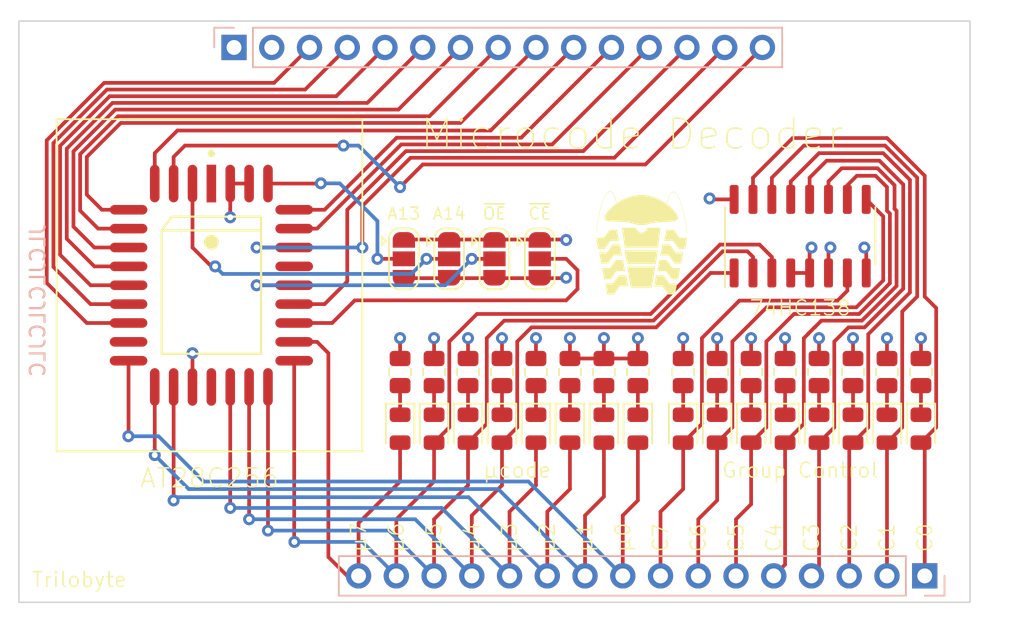
<source format=kicad_pcb>
(kicad_pcb (version 20211014) (generator pcbnew)
  (layers (0 "F.Cu" signal) (1 "In1.Cu" signal) (2 "In2.Cu" signal) (31 "B.Cu" signal) (34 "B.Paste" user) (35 "F.Paste" user) (36 "B.SilkS" user "B.Silkscreen") (37 "F.SilkS" user "F.Silkscreen") (38 "B.Mask" user) (39 "F.Mask" user) (44 "Edge.Cuts" user))
  (net 0 "")
  (net 1 "GND")
  (net 2 "VCC")
  (net 3 "~{CE}")
  (net 4 "~{OE}")
  (net 5 "A13")
  (net 6 "A14")
  (net 7 "INSTRUCTION7")
  (net 8 "INSTRUCTION2")
  (net 9 "INSTRUCTION1")
  (net 10 "INSTRUCTION0")
  (net 11 "STEP4")
  (net 12 "STEP3")
  (net 13 "STEP2")
  (net 14 "STEP1")
  (net 15 "STEP0")
  (net 16 "INSTRUCTION5")
  (net 17 "INSTRUCTION6")
  (net 18 "INSTRUCTION4")
  (net 19 "INSTRUCTION3")
  (net 20 "μ5")
  (net 21 "μ4")
  (net 22 "μ6")
  (net 23 "μ7")
  (net 24 "μ0")
  (net 25 "μ1")
  (net 26 "μ2")
  (net 27 "μ3")
  (net 28 "~{DECODE_CONTROL_7}")
  (net 29 "~{DECODE_CONTROL_6}")
  (net 30 "~{DECODE_CONTROL_5}")
  (net 31 "~{DECODE_CONTROL_4}")
  (net 32 "~{DECODE_CONTROL_3}")
  (net 33 "~{DECODE_CONTROL_2}")
  (net 34 "~{DECODE_CONTROL_1}")
  (net 35 "~{DECODE_CONTROL_0}")
  (net 40 "Net-(D1-Pad1)")
  (net 41 "Net-(D2-Pad1)")
  (net 42 "Net-(D3-Pad1)")
  (net 43 "Net-(D4-Pad1)")
  (net 44 "Net-(D5-Pad1)")
  (net 45 "Net-(D6-Pad1)")
  (net 46 "Net-(D7-Pad1)")
  (net 47 "Net-(D8-Pad1)")
  (net 48 "Net-(D9-Pad1)")
  (net 49 "Net-(D10-Pad1)")
  (net 50 "Net-(D11-Pad1)")
  (net 51 "Net-(D12-Pad1)")
  (net 52 "Net-(D13-Pad1)")
  (net 53 "Net-(D14-Pad1)")
  (net 54 "Net-(D15-Pad1)")
  (net 55 "Net-(D16-Pad1)")
  (footprint "Resistor_SMD:R_0805_2012Metric" (layer "F.Cu") (at 101.6 99.06 90)
    (fp_text reference "R4" hide)
    (fp_text value "R_Small_US" hide)
  )
  (footprint "LED_SMD:LED_0805_2012Metric" (layer "F.Cu") (at 101.6 102.87 -90)
    (fp_text reference "D4" hide)
    (fp_text value "LED" hide)
  )
  (footprint "LIBRARY-8-bit-computer:Socket-PLCC-32" (layer "F.Cu") (at 67.564 93.218)
    (fp_text reference "U2" hide)
    (fp_text value "AT28C256")
  )
  (footprint "LED_SMD:LED_0805_2012Metric" (layer "F.Cu") (at 93.98 102.87 -90)
    (fp_text reference "D13" hide)
    (fp_text value "LED" hide)
  )
  (footprint "Jumper:SolderJumper-3_P1.3mm_Open_RoundedPad1.0x1.5mm" (layer "F.Cu") (at 83.566 91.44 -90)
    (fp_text reference "JP4" hide)
    (fp_text value "A14")
  )
  (footprint "LED_SMD:LED_0805_2012Metric" (layer "F.Cu") (at 108.458 102.87 -90)
    (fp_text reference "D10" hide)
    (fp_text value "LED" hide)
  )
  (footprint "LED_SMD:LED_0805_2012Metric" (layer "F.Cu") (at 80.264 102.87 -90)
    (fp_text reference "D1" hide)
    (fp_text value "LED" hide)
  )
  (footprint "Resistor_SMD:R_0805_2012Metric" (layer "F.Cu") (at 106.172 99.06 90)
    (fp_text reference "R8" hide)
    (fp_text value "R_Small_US" hide)
  )
  (footprint "LED_SMD:LED_0805_2012Metric" (layer "F.Cu") (at 115.316 102.87 -90)
    (fp_text reference "D16" hide)
    (fp_text value "LED" hide)
  )
  (footprint "Resistor_SMD:R_0805_2012Metric" (layer "F.Cu") (at 87.122 99.06 90)
    (fp_text reference "R7" hide)
    (fp_text value "R_Small_US" hide)
  )
  (footprint "Resistor_SMD:R_0805_2012Metric" (layer "F.Cu") (at 91.694 99.06 90)
    (fp_text reference "R11" hide)
    (fp_text value "R_Small_US" hide)
  )
  (footprint "Resistor_SMD:R_0805_2012Metric" (layer "F.Cu") (at 80.264 99.06 90)
    (fp_text reference "R1" hide)
    (fp_text value "R_Small_US" hide)
  )
  (footprint "Resistor_SMD:R_0805_2012Metric" (layer "F.Cu") (at 93.98 99.06 90)
    (fp_text reference "R13" hide)
    (fp_text value "R_Small_US" hide)
  )
  (footprint "Jumper:SolderJumper-3_P1.3mm_Open_RoundedPad1.0x1.5mm" (layer "F.Cu") (at 86.614 91.44 -90)
    (fp_text reference "JP2" hide)
    (fp_text value "~{OE}")
  )
  (footprint "Resistor_SMD:R_0805_2012Metric" (layer "F.Cu") (at 84.836 99.06 90)
    (fp_text reference "R5" hide)
    (fp_text value "R_Small_US" hide)
  )
  (footprint "Stephenv6:trilobyte-logo-small" (layer "F.Cu") (at 96.54 82.684116)
    (fp_text reference "REF**" hide)
    (fp_text value "trilobyte-logo-small" hide)
  )
  (footprint "LED_SMD:LED_0805_2012Metric" (layer "F.Cu") (at 84.836 102.87 -90)
    (fp_text reference "D5" hide)
    (fp_text value "LED" hide)
  )
  (footprint "Resistor_SMD:R_0805_2012Metric" (layer "F.Cu") (at 82.55 99.06 90)
    (fp_text reference "R3" hide)
    (fp_text value "R_Small_US" hide)
  )
  (footprint "LED_SMD:LED_0805_2012Metric" (layer "F.Cu") (at 110.744 102.87 -90)
    (fp_text reference "D12" hide)
    (fp_text value "LED" hide)
  )
  (footprint "LED_SMD:LED_0805_2012Metric" (layer "F.Cu") (at 113.03 102.87 -90)
    (fp_text reference "D14" hide)
    (fp_text value "LED" hide)
  )
  (footprint "LED_SMD:LED_0805_2012Metric" (layer "F.Cu") (at 106.172 102.87 -90)
    (fp_text reference "D8" hide)
    (fp_text value "LED" hide)
  )
  (footprint "Jumper:SolderJumper-3_P1.3mm_Open_RoundedPad1.0x1.5mm" (layer "F.Cu") (at 80.518 91.44 -90)
    (fp_text reference "JP3" hide)
    (fp_text value "A13")
  )
  (footprint "Package_SO:SOIC-16_3.9x9.9mm_P1.27mm" (layer "F.Cu") (at 107.188 89.916 90)
    (fp_text reference "U1" hide)
    (fp_text value "74HC138")
  )
  (footprint "LED_SMD:LED_0805_2012Metric" (layer "F.Cu") (at 103.886 102.87 -90)
    (fp_text reference "D6" hide)
    (fp_text value "LED" hide)
  )
  (footprint "Resistor_SMD:R_0805_2012Metric" (layer "F.Cu") (at 103.886 99.06 90)
    (fp_text reference "R6" hide)
    (fp_text value "R_Small_US" hide)
  )
  (footprint "Resistor_SMD:R_0805_2012Metric" (layer "F.Cu") (at 110.744 99.06 90)
    (fp_text reference "R12" hide)
    (fp_text value "R_Small_US" hide)
  )
  (footprint "LED_SMD:LED_0805_2012Metric" (layer "F.Cu") (at 96.266 102.87 -90)
    (fp_text reference "D15" hide)
    (fp_text value "LED" hide)
  )
  (footprint "LED_SMD:LED_0805_2012Metric" (layer "F.Cu") (at 87.122 102.87 -90)
    (fp_text reference "D7" hide)
    (fp_text value "LED" hide)
  )
  (footprint "Resistor_SMD:R_0805_2012Metric" (layer "F.Cu") (at 113.03 99.06 90)
    (fp_text reference "R14" hide)
    (fp_text value "R_Small_US" hide)
  )
  (footprint "LED_SMD:LED_0805_2012Metric" (layer "F.Cu") (at 99.314 102.87 -90)
    (fp_text reference "D2" hide)
    (fp_text value "LED" hide)
  )
  (footprint "LED_SMD:LED_0805_2012Metric" (layer "F.Cu") (at 89.408 102.87 -90)
    (fp_text reference "D9" hide)
    (fp_text value "LED" hide)
  )
  (footprint "Jumper:SolderJumper-3_P1.3mm_Open_RoundedPad1.0x1.5mm" (layer "F.Cu") (at 89.662 91.44 -90)
    (fp_text reference "JP1" hide)
    (fp_text value "~{CE}")
  )
  (footprint "LED_SMD:LED_0805_2012Metric" (layer "F.Cu") (at 82.55 102.87 -90)
    (fp_text reference "D3" hide)
    (fp_text value "LED" hide)
  )
  (footprint "Resistor_SMD:R_0805_2012Metric" (layer "F.Cu") (at 99.314 99.06 90)
    (fp_text reference "R2" hide)
    (fp_text value "R_Small_US" hide)
  )
  (footprint "Resistor_SMD:R_0805_2012Metric" (layer "F.Cu") (at 108.458 99.06 90)
    (fp_text reference "R10" hide)
    (fp_text value "R_Small_US" hide)
  )
  (footprint "Resistor_SMD:R_0805_2012Metric" (layer "F.Cu") (at 89.408 99.06 90)
    (fp_text reference "R9" hide)
    (fp_text value "R_Small_US" hide)
  )
  (footprint "LED_SMD:LED_0805_2012Metric" (layer "F.Cu") (at 91.694 102.87 -90)
    (fp_text reference "D11" hide)
    (fp_text value "LED" hide)
  )
  (footprint "Resistor_SMD:R_0805_2012Metric" (layer "F.Cu") (at 96.266 99.06 90)
    (fp_text reference "R15" hide)
    (fp_text value "R_Small_US" hide)
  )
  (footprint "Resistor_SMD:R_0805_2012Metric" (layer "F.Cu") (at 115.316 99.06 90)
    (fp_text reference "R16" hide)
    (fp_text value "R_Small_US" hide)
  )
  (footprint "Connector_PinHeader_2.54mm:PinHeader_1x16_P2.54mm_Vertical" (layer "B.Cu") (at 115.57 112.776 90)
    (fp_text reference "J2" hide)
    (fp_text value "Conn_01x16" hide)
  )
  (footprint "Connector_PinHeader_2.54mm:PinHeader_1x15_P2.54mm_Vertical" (layer "B.Cu") (at 69.088 77.216 -90)
    (fp_text reference "J1" hide)
    (fp_text value "Conn_01x15" hide)
  )
  (gr_rect (start 54.61 75.438) (end 118.618 114.554) (layer "Edge.Cuts") (width 0.1) (fill none))
  (gr_text "JLCJLCJLCJLC" (at 55.88 94.234 90) (layer "B.SilkS") (effects (font (size 1 1)) (justify mirror)))
  (gr_text "C1" (at 113.03 111.252 90) (layer "F.SilkS") (effects (font (size 1 1) (thickness 0.1)) (justify left)))
  (gr_text "μ7" (at 77.47 111.252 90) (layer "F.SilkS") (effects (font (size 1 1) (thickness 0.1)) (justify left)))
  (gr_text "μ1" (at 92.71 111.252 90) (layer "F.SilkS") (effects (font (size 1 1) (thickness 0.1)) (justify left)))
  (gr_text "C3" (at 107.95 111.252 90) (layer "F.SilkS") (effects (font (size 1 1) (thickness 0.1)) (justify left)))
  (gr_text "μcode" (at 88.138 105.664) (layer "F.SilkS") (effects (font (size 1 1) (thickness 0.1))))
  (gr_text "C5" (at 102.87 111.252 90) (layer "F.SilkS") (effects (font (size 1 1) (thickness 0.1)) (justify left)))
  (gr_text "C2" (at 110.49 111.252 90) (layer "F.SilkS") (effects (font (size 1 1) (thickness 0.1)) (justify left)))
  (gr_text "Trilobyte" (at 58.674 113.03) (layer "F.SilkS") (effects (font (size 1 1) (thickness 0.1))))
  (gr_text "μ6" (at 80.01 111.252 90) (layer "F.SilkS") (effects (font (size 1 1) (thickness 0.1)) (justify left)))
  (gr_text "μ4" (at 85.09 111.252 90) (layer "F.SilkS") (effects (font (size 1 1) (thickness 0.1)) (justify left)))
  (gr_text "C7" (at 97.79 111.252 90) (layer "F.SilkS") (effects (font (size 1 1) (thickness 0.1)) (justify left)))
  (gr_text "μ5" (at 82.55 111.252 90) (layer "F.SilkS") (effects (font (size 1 1) (thickness 0.1)) (justify left)))
  (gr_text "μ0" (at 95.25 111.252 90) (layer "F.SilkS") (effects (font (size 1 1) (thickness 0.1)) (justify left)))
  (gr_text "μ3" (at 87.63 111.252 90) (layer "F.SilkS") (effects (font (size 1 1) (thickness 0.1)) (justify left)))
  (gr_text "C4" (at 105.41 111.252 90) (layer "F.SilkS") (effects (font (size 1 1) (thickness 0.1)) (justify left)))
  (gr_text "μ2" (at 90.17 111.252 90) (layer "F.SilkS") (effects (font (size 1 1) (thickness 0.1)) (justify left)))
  (gr_text "Group Control" (at 107.188 105.664) (layer "F.SilkS") (effects (font (size 1 1) (thickness 0.1))))
  (gr_text "C0" (at 115.57 111.252 90) (layer "F.SilkS") (effects (font (size 1 1) (thickness 0.1)) (justify left)))
  (gr_text "Microcode Decoder" (at 110.236 83.058) (layer "F.SilkS") (effects (font (size 2 2) (thickness 0.1)) (justify right)))
  (gr_text "C6" (at 100.33 111.252 90) (layer "F.SilkS") (effects (font (size 1 1) (thickness 0.1)) (justify left)))
  (segment (start 87.122 98.1475) (end 87.122 96.774) (width 0.25) (layer "F.Cu") (net 1))
  (segment (start 107.823 90.805) (end 107.95 90.678) (width 0.25) (layer "F.Cu") (net 1))
  (segment (start 89.408 98.1475) (end 89.408 96.774) (width 0.25) (layer "F.Cu") (net 1))
  (segment (start 101.6 98.1475) (end 101.6 96.774) (width 0.25) (layer "F.Cu") (net 1))
  (segment (start 96.266 98.1475) (end 96.266 96.774) (width 0.25) (layer "F.Cu") (net 1))
  (segment (start 106.172 98.1475) (end 106.172 96.774) (width 0.25) (layer "F.Cu") (net 1))
  (segment (start 110.744 98.1475) (end 110.744 96.774007) (width 0.25) (layer "F.Cu") (net 1))
  (segment (start 99.314 98.1475) (end 99.314 96.774) (width 0.25) (layer "F.Cu") (net 1))
  (segment (start 108.458 98.1475) (end 108.458 96.774) (width 0.25) (layer "F.Cu") (net 1))
  (segment (start 89.662 92.74) (end 91.41 92.74) (width 0.25) (layer "F.Cu") (net 1))
  (segment (start 106.553 92.391) (end 107.823 92.391) (width 0.25) (layer "F.Cu") (net 1))
  (segment (start 82.55 98.1475) (end 82.55 96.774) (width 0.25) (layer "F.Cu") (net 1))
  (segment (start 111.633 92.391) (end 111.633 90.805) (width 0.25) (layer "F.Cu") (net 1))
  (segment (start 91.694 98.1475) (end 96.266 98.1475) (width 0.25) (layer "F.Cu") (net 1))
  (segment (start 93.98 98.1475) (end 93.98 96.774) (width 0.25) (layer "F.Cu") (net 1))
  (segment (start 103.886 98.1475) (end 103.886 96.774) (width 0.25) (layer "F.Cu") (net 1))
  (segment (start 111.633 90.805) (end 111.506 90.678) (width 0.25) (layer "F.Cu") (net 1))
  (segment (start 84.836 98.1475) (end 84.836 96.774) (width 0.25) (layer "F.Cu") (net 1))
  (segment (start 113.03 98.1475) (end 113.03 96.774) (width 0.25) (layer "F.Cu") (net 1))
  (segment (start 91.694 98.1475) (end 91.694 96.774) (width 0.25) (layer "F.Cu") (net 1))
  (segment (start 80.518 92.74) (end 89.662 92.74) (width 0.25) (layer "F.Cu") (net 1))
  (segment (start 115.316 98.1475) (end 115.316 96.774) (width 0.25) (layer "F.Cu") (net 1))
  (segment (start 91.41 92.74) (end 91.44 92.71) (width 0.25) (layer "F.Cu") (net 1))
  (segment (start 66.294 100.061553) (end 66.294 97.79) (width 0.25) (layer "F.Cu") (net 1))
  (segment (start 107.823 92.391) (end 107.823 90.805) (width 0.25) (layer "F.Cu") (net 1))
  (segment (start 80.264 98.1475) (end 80.264 96.774) (width 0.25) (layer "F.Cu") (net 1))
  (via (at 115.316 96.774) (size 0.8) (drill 0.4) (layers "F.Cu" "B.Cu") (net 1))
  (via (at 110.744 96.774007) (size 0.8) (drill 0.4) (layers "F.Cu" "B.Cu") (net 1))
  (via (at 101.6 96.774) (size 0.8) (drill 0.4) (layers "F.Cu" "B.Cu") (net 1))
  (via (at 87.122 96.774) (size 0.8) (drill 0.4) (layers "F.Cu" "B.Cu") (net 1))
  (via (at 107.95 90.678) (size 0.8) (drill 0.4) (layers "F.Cu" "B.Cu") (net 1))
  (via (at 80.264 96.774) (size 0.8) (drill 0.4) (layers "F.Cu" "B.Cu") (net 1))
  (via (at 99.314 96.774) (size 0.8) (drill 0.4) (layers "F.Cu" "B.Cu") (net 1))
  (via (at 91.44 92.71) (size 0.8) (drill 0.4) (layers "F.Cu" "B.Cu") (net 1))
  (via (at 108.458 96.774) (size 0.8) (drill 0.4) (layers "F.Cu" "B.Cu") (net 1))
  (via (at 82.55 96.774) (size 0.8) (drill 0.4) (layers "F.Cu" "B.Cu") (net 1))
  (via (at 66.294 97.79) (size 0.8) (drill 0.4) (layers "F.Cu" "B.Cu") (net 1))
  (via (at 103.886 96.774) (size 0.8) (drill 0.4) (layers "F.Cu" "B.Cu") (net 1))
  (via (at 91.694 96.774) (size 0.8) (drill 0.4) (layers "F.Cu" "B.Cu") (net 1))
  (via (at 84.836 96.774) (size 0.8) (drill 0.4) (layers "F.Cu" "B.Cu") (net 1))
  (via (at 93.98 96.774) (size 0.8) (drill 0.4) (layers "F.Cu" "B.Cu") (net 1))
  (via (at 96.266 96.774) (size 0.8) (drill 0.4) (layers "F.Cu" "B.Cu") (net 1))
  (via (at 89.408 96.774) (size 0.8) (drill 0.4) (layers "F.Cu" "B.Cu") (net 1))
  (via (at 106.172 96.774) (size 0.8) (drill 0.4) (layers "F.Cu" "B.Cu") (net 1))
  (via (at 113.03 96.774) (size 0.8) (drill 0.4) (layers "F.Cu" "B.Cu") (net 1))
  (via (at 111.506 90.678) (size 0.8) (drill 0.4) (layers "F.Cu" "B.Cu") (net 1))
  (segment (start 68.834 86.374448) (end 70.104 86.374448) (width 0.25) (layer "F.Cu") (net 2))
  (segment (start 109.093 92.391) (end 109.093 90.805) (width 0.25) (layer "F.Cu") (net 2))
  (segment (start 102.743 87.441) (end 101.157 87.441) (width 0.25) (layer "F.Cu") (net 2))
  (segment (start 91.41 90.14) (end 91.44 90.17) (width 0.25) (layer "F.Cu") (net 2))
  (segment (start 109.093 90.805) (end 109.22 90.678) (width 0.25) (layer "F.Cu") (net 2))
  (segment (start 101.157 87.441) (end 101.092 87.376) (width 0.25) (layer "F.Cu") (net 2))
  (segment (start 89.662 90.14) (end 91.41 90.14) (width 0.25) (layer "F.Cu") (net 2))
  (segment (start 89.662 90.14) (end 80.518 90.14) (width 0.25) (layer "F.Cu") (net 2))
  (segment (start 68.834 86.374448) (end 68.834 88.646) (width 0.25) (layer "F.Cu") (net 2))
  (via (at 68.834 88.646) (size 0.8) (drill 0.4) (layers "F.Cu" "B.Cu") (net 2))
  (via (at 109.22 90.678) (size 0.8) (drill 0.4) (layers "F.Cu" "B.Cu") (net 2))
  (via (at 101.092 87.376) (size 0.8) (drill 0.4) (layers "F.Cu" "B.Cu") (net 2))
  (via (at 91.44 90.17) (size 0.8) (drill 0.4) (layers "F.Cu" "B.Cu") (net 2))
  (segment (start 92.202 93.472) (end 92.202 92.202) (width 0.25) (layer "F.Cu") (net 3))
  (segment (start 77.216 94.234) (end 91.44 94.234) (width 0.25) (layer "F.Cu") (net 3))
  (segment (start 92.202 92.202) (end 91.44 91.44) (width 0.25) (layer "F.Cu") (net 3))
  (segment (start 91.44 94.234) (end 92.202 93.472) (width 0.25) (layer "F.Cu") (net 3))
  (segment (start 75.692 95.758) (end 77.216 94.234) (width 0.25) (layer "F.Cu") (net 3))
  (segment (start 73.137553 95.758) (end 75.692 95.758) (width 0.25) (layer "F.Cu") (net 3))
  (segment (start 91.44 91.44) (end 89.662 91.44) (width 0.25) (layer "F.Cu") (net 3))
  (segment (start 85.09 91.44) (end 86.614 91.44) (width 0.25) (layer "F.Cu") (net 4))
  (segment (start 73.137553 93.218) (end 70.612 93.218) (width 0.25) (layer "F.Cu") (net 4))
  (via (at 85.09 91.44) (size 0.8) (drill 0.4) (layers "F.Cu" "B.Cu") (net 4))
  (via (at 70.612 93.218) (size 0.8) (drill 0.4) (layers "F.Cu" "B.Cu") (net 4))
  (segment (start 70.612 93.218) (end 83.312 93.218) (width 0.25) (layer "B.Cu") (net 4))
  (segment (start 83.312 93.218) (end 85.09 91.44) (width 0.25) (layer "B.Cu") (net 4))
  (segment (start 78.74 91.44) (end 80.518 91.44) (width 0.25) (layer "F.Cu") (net 5))
  (segment (start 74.915552 86.374448) (end 74.93 86.36) (width 0.25) (layer "F.Cu") (net 5))
  (segment (start 71.374 86.374448) (end 74.915552 86.374448) (width 0.25) (layer "F.Cu") (net 5))
  (via (at 74.93 86.36) (size 0.8) (drill 0.4) (layers "F.Cu" "B.Cu") (net 5))
  (via (at 78.74 91.44) (size 0.8) (drill 0.4) (layers "F.Cu" "B.Cu") (net 5))
  (segment (start 78.74 88.9) (end 78.74 91.44) (width 0.25) (layer "B.Cu") (net 5))
  (segment (start 78.486 88.646) (end 78.74 88.9) (width 0.25) (layer "B.Cu") (net 5))
  (segment (start 74.93 86.36) (end 76.2 86.36) (width 0.25) (layer "B.Cu") (net 5))
  (segment (start 76.2 86.36) (end 78.486 88.646) (width 0.25) (layer "B.Cu") (net 5))
  (segment (start 67.564 91.948) (end 67.818 91.948) (width 0.25) (layer "F.Cu") (net 6))
  (segment (start 66.294 90.678) (end 67.564 91.948) (width 0.25) (layer "F.Cu") (net 6))
  (segment (start 66.294 86.374448) (end 66.294 90.678) (width 0.25) (layer "F.Cu") (net 6))
  (segment (start 82.042 91.44) (end 83.566 91.44) (width 0.25) (layer "F.Cu") (net 6))
  (via (at 82.042 91.44) (size 0.8) (drill 0.4) (layers "F.Cu" "B.Cu") (net 6))
  (via (at 67.818 91.948) (size 0.8) (drill 0.4) (layers "F.Cu" "B.Cu") (net 6))
  (segment (start 68.326 92.456) (end 81.026 92.456) (width 0.25) (layer "B.Cu") (net 6))
  (segment (start 67.818 91.948) (end 68.326 92.456) (width 0.25) (layer "B.Cu") (net 6))
  (segment (start 81.026 92.456) (end 82.042 91.44) (width 0.25) (layer "B.Cu") (net 6))
  (segment (start 104.648 77.216) (end 96.774 85.09) (width 0.25) (layer "F.Cu") (net 7))
  (segment (start 81.788 85.09) (end 80.264 86.614) (width 0.25) (layer "F.Cu") (net 7))
  (segment (start 65.786 83.82) (end 65.024 84.582) (width 0.25) (layer "F.Cu") (net 7))
  (segment (start 76.454 83.82) (end 65.786 83.82) (width 0.25) (layer "F.Cu") (net 7))
  (segment (start 65.024 84.582) (end 65.024 86.374448) (width 0.25) (layer "F.Cu") (net 7))
  (segment (start 96.774 85.09) (end 81.788 85.09) (width 0.25) (layer "F.Cu") (net 7))
  (via (at 80.264 86.614) (size 0.8) (drill 0.4) (layers "F.Cu" "B.Cu") (net 7))
  (via (at 76.454 83.82) (size 0.8) (drill 0.4) (layers "F.Cu" "B.Cu") (net 7))
  (segment (start 77.47 83.82) (end 76.454 83.82) (width 0.25) (layer "B.Cu") (net 7))
  (segment (start 80.264 86.614) (end 77.47 83.82) (width 0.25) (layer "B.Cu") (net 7))
  (segment (start 86.36 82.804) (end 65.278 82.804) (width 0.25) (layer "F.Cu") (net 8))
  (segment (start 65.278 82.804) (end 63.754 84.328) (width 0.25) (layer "F.Cu") (net 8))
  (segment (start 91.948 77.216) (end 86.36 82.804) (width 0.25) (layer "F.Cu") (net 8))
  (segment (start 63.754 84.328) (end 63.754 86.374448) (width 0.25) (layer "F.Cu") (net 8))
  (segment (start 84.328 82.296) (end 89.408 77.216) (width 0.25) (layer "F.Cu") (net 9))
  (segment (start 60.198 88.138) (end 59.182 87.122) (width 0.25) (layer "F.Cu") (net 9))
  (segment (start 61.468 82.296) (end 84.328 82.296) (width 0.25) (layer "F.Cu") (net 9))
  (segment (start 61.990448 88.138) (end 60.198 88.138) (width 0.25) (layer "F.Cu") (net 9))
  (segment (start 59.182 87.122) (end 59.182 84.582) (width 0.25) (layer "F.Cu") (net 9))
  (segment (start 59.182 84.582) (end 61.468 82.296) (width 0.25) (layer "F.Cu") (net 9))
  (segment (start 61.990448 89.408) (end 59.944 89.408) (width 0.25) (layer "F.Cu") (net 10))
  (segment (start 58.73249 84.395806) (end 61.281807 81.846489) (width 0.25) (layer "F.Cu") (net 10))
  (segment (start 82.237511 81.846489) (end 86.868 77.216) (width 0.25) (layer "F.Cu") (net 10))
  (segment (start 61.281807 81.846489) (end 82.237511 81.846489) (width 0.25) (layer "F.Cu") (net 10))
  (segment (start 58.732489 88.196489) (end 58.73249 84.395806) (width 0.25) (layer "F.Cu") (net 10))
  (segment (start 59.944 89.408) (end 58.732489 88.196489) (width 0.25) (layer "F.Cu") (net 10))
  (segment (start 58.28298 84.209612) (end 61.095614 81.396978) (width 0.25) (layer "F.Cu") (net 11))
  (segment (start 61.095614 81.396978) (end 80.147022 81.396978) (width 0.25) (layer "F.Cu") (net 11))
  (segment (start 80.147022 81.396978) (end 84.328 77.216) (width 0.25) (layer "F.Cu") (net 11))
  (segment (start 59.69 90.678) (end 58.282979 89.270979) (width 0.25) (layer "F.Cu") (net 11))
  (segment (start 61.990448 90.678) (end 59.69 90.678) (width 0.25) (layer "F.Cu") (net 11))
  (segment (start 58.282979 89.270979) (end 58.28298 84.209612) (width 0.25) (layer "F.Cu") (net 11))
  (segment (start 78.056533 80.947467) (end 81.788 77.216) (width 0.25) (layer "F.Cu") (net 12))
  (segment (start 57.83347 84.023418) (end 60.909421 80.947467) (width 0.25) (layer "F.Cu") (net 12))
  (segment (start 57.833469 90.091469) (end 57.83347 84.023418) (width 0.25) (layer "F.Cu") (net 12))
  (segment (start 59.69 91.948) (end 57.833469 90.091469) (width 0.25) (layer "F.Cu") (net 12))
  (segment (start 60.909421 80.947467) (end 78.056533 80.947467) (width 0.25) (layer "F.Cu") (net 12))
  (segment (start 61.990448 91.948) (end 59.69 91.948) (width 0.25) (layer "F.Cu") (net 12))
  (segment (start 60.723041 80.497956) (end 75.966044 80.497956) (width 0.25) (layer "F.Cu") (net 13))
  (segment (start 57.383959 83.837038) (end 60.723041 80.497956) (width 0.25) (layer "F.Cu") (net 13))
  (segment (start 75.966044 80.497956) (end 79.248 77.216) (width 0.25) (layer "F.Cu") (net 13))
  (segment (start 59.436 93.218) (end 57.383959 91.165959) (width 0.25) (layer "F.Cu") (net 13))
  (segment (start 61.990448 93.218) (end 59.436 93.218) (width 0.25) (layer "F.Cu") (net 13))
  (segment (start 57.383959 91.165959) (end 57.383959 83.837038) (width 0.25) (layer "F.Cu") (net 13))
  (segment (start 56.934449 91.986449) (end 56.934449 83.650657) (width 0.25) (layer "F.Cu") (net 14))
  (segment (start 59.436 94.488) (end 56.934449 91.986449) (width 0.25) (layer "F.Cu") (net 14))
  (segment (start 61.990448 94.488) (end 59.436 94.488) (width 0.25) (layer "F.Cu") (net 14))
  (segment (start 73.875555 80.048445) (end 76.708 77.216) (width 0.25) (layer "F.Cu") (net 14))
  (segment (start 56.934449 83.650657) (end 60.536661 80.048445) (width 0.25) (layer "F.Cu") (net 14))
  (segment (start 60.536661 80.048445) (end 73.875555 80.048445) (width 0.25) (layer "F.Cu") (net 14))
  (segment (start 60.350281 79.598934) (end 56.484931 83.464284) (width 0.25) (layer "F.Cu") (net 15))
  (segment (start 56.484931 93.060931) (end 59.182 95.758) (width 0.25) (layer "F.Cu") (net 15))
  (segment (start 74.168 77.216) (end 71.785066 79.598934) (width 0.25) (layer "F.Cu") (net 15))
  (segment (start 59.182 95.758) (end 61.990448 95.758) (width 0.25) (layer "F.Cu") (net 15))
  (segment (start 56.484931 83.464284) (end 56.484931 93.060931) (width 0.25) (layer "F.Cu") (net 15))
  (segment (start 71.785066 79.598934) (end 60.350281 79.598934) (width 0.25) (layer "F.Cu") (net 15))
  (segment (start 92.59302 84.19098) (end 80.65502 84.19098) (width 0.25) (layer "F.Cu") (net 16))
  (segment (start 76.708 88.138) (end 76.708 92.964) (width 0.25) (layer "F.Cu") (net 16))
  (segment (start 99.568 77.216) (end 92.59302 84.19098) (width 0.25) (layer "F.Cu") (net 16))
  (segment (start 80.65502 84.19098) (end 76.708 88.138) (width 0.25) (layer "F.Cu") (net 16))
  (segment (start 76.708 92.964) (end 75.184 94.488) (width 0.25) (layer "F.Cu") (net 16))
  (segment (start 75.184 94.488) (end 73.137553 94.488) (width 0.25) (layer "F.Cu") (net 16))
  (segment (start 102.108 77.216) (end 94.68351 84.64049) (width 0.25) (layer "F.Cu") (net 17))
  (segment (start 70.612 90.678) (end 73.137553 90.678) (width 0.25) (layer "F.Cu") (net 17))
  (segment (start 77.724 87.884) (end 77.724 90.678) (width 0.25) (layer "F.Cu") (net 17))
  (segment (start 94.68351 84.64049) (end 80.96751 84.64049) (width 0.25) (layer "F.Cu") (net 17))
  (segment (start 80.96751 84.64049) (end 77.724 87.884) (width 0.25) (layer "F.Cu") (net 17))
  (via (at 70.612 90.678) (size 0.8) (drill 0.4) (layers "F.Cu" "B.Cu") (net 17))
  (via (at 77.724 90.678) (size 0.8) (drill 0.4) (layers "F.Cu" "B.Cu") (net 17))
  (segment (start 77.724 90.678) (end 70.612 90.678) (width 0.25) (layer "B.Cu") (net 17))
  (segment (start 90.50253 83.74147) (end 80.34253 83.74147) (width 0.25) (layer "F.Cu") (net 18))
  (segment (start 74.676 89.408) (end 73.137553 89.408) (width 0.25) (layer "F.Cu") (net 18))
  (segment (start 97.028 77.216) (end 90.50253 83.74147) (width 0.25) (layer "F.Cu") (net 18))
  (segment (start 80.34253 83.74147) (end 74.676 89.408) (width 0.25) (layer "F.Cu") (net 18))
  (segment (start 80.03004 83.29196) (end 75.184 88.138) (width 0.25) (layer "F.Cu") (net 19))
  (segment (start 94.488 77.216) (end 88.41204 83.29196) (width 0.25) (layer "F.Cu") (net 19))
  (segment (start 75.184 88.138) (end 73.137553 88.138) (width 0.25) (layer "F.Cu") (net 19))
  (segment (start 88.41204 83.29196) (end 80.03004 83.29196) (width 0.25) (layer "F.Cu") (net 19))
  (segment (start 82.55 108.966) (end 84.836 106.68) (width 0.25) (layer "F.Cu") (net 20))
  (segment (start 86.09748 102.54602) (end 84.836 103.8075) (width 0.25) (layer "F.Cu") (net 20))
  (segment (start 103.632 90.932) (end 101.980296 90.932) (width 0.25) (layer "F.Cu") (net 20))
  (segment (start 84.836 106.68) (end 84.836 103.8075) (width 0.25) (layer "F.Cu") (net 20))
  (segment (start 104.013 91.313) (end 103.632 90.932) (width 0.25) (layer "F.Cu") (net 20))
  (segment (start 86.09748 96.77392) (end 86.09748 102.54602) (width 0.25) (layer "F.Cu") (net 20))
  (segment (start 82.55 112.776) (end 82.55 108.966) (width 0.25) (layer "F.Cu") (net 20))
  (segment (start 101.980296 90.932) (end 97.312307 95.599989) (width 0.25) (layer "F.Cu") (net 20))
  (segment (start 104.013 92.391) (end 104.013 91.313) (width 0.25) (layer "F.Cu") (net 20))
  (segment (start 87.271411 95.599989) (end 86.09748 96.77392) (width 0.25) (layer "F.Cu") (net 20))
  (segment (start 71.374 100.061553) (end 71.374 109.728) (width 0.25) (layer "F.Cu") (net 20))
  (segment (start 97.312307 95.599989) (end 87.271411 95.599989) (width 0.25) (layer "F.Cu") (net 20))
  (via (at 71.374 109.728) (size 0.8) (drill 0.4) (layers "F.Cu" "B.Cu") (net 20))
  (segment (start 79.502 109.728) (end 82.55 112.776) (width 0.25) (layer "B.Cu") (net 20))
  (segment (start 71.374 109.728) (end 79.502 109.728) (width 0.25) (layer "B.Cu") (net 20))
  (segment (start 102.743 92.391) (end 101.157 92.391) (width 0.25) (layer "F.Cu") (net 21))
  (segment (start 89.107901 96.049499) (end 88.14652 97.01088) (width 0.25) (layer "F.Cu") (net 21))
  (segment (start 88.14652 102.78298) (end 87.122 103.8075) (width 0.25) (layer "F.Cu") (net 21))
  (segment (start 85.09 108.712) (end 87.122 106.68) (width 0.25) (layer "F.Cu") (net 21))
  (segment (start 97.498501 96.049499) (end 89.107901 96.049499) (width 0.25) (layer "F.Cu") (net 21))
  (segment (start 88.14652 97.01088) (end 88.14652 102.78298) (width 0.25) (layer "F.Cu") (net 21))
  (segment (start 85.09 112.776) (end 85.09 108.712) (width 0.25) (layer "F.Cu") (net 21))
  (segment (start 70.104 100.061553) (end 70.104 108.966) (width 0.25) (layer "F.Cu") (net 21))
  (segment (start 101.157 92.391) (end 97.498501 96.049499) (width 0.25) (layer "F.Cu") (net 21))
  (segment (start 87.122 106.68) (end 87.122 103.8075) (width 0.25) (layer "F.Cu") (net 21))
  (via (at 70.104 108.966) (size 0.8) (drill 0.4) (layers "F.Cu" "B.Cu") (net 21))
  (segment (start 70.104 108.966) (end 81.28 108.966) (width 0.25) (layer "B.Cu") (net 21))
  (segment (start 81.28 108.966) (end 85.09 112.776) (width 0.25) (layer "B.Cu") (net 21))
  (segment (start 80.01 108.966) (end 82.55 106.426) (width 0.25) (layer "F.Cu") (net 22))
  (segment (start 82.55 103.8075) (end 83.57452 102.78298) (width 0.25) (layer "F.Cu") (net 22))
  (segment (start 73.137553 110.475553) (end 73.152 110.49) (width 0.25) (layer "F.Cu") (net 22))
  (segment (start 83.57452 102.78298) (end 83.57452 97.01088) (width 0.25) (layer "F.Cu") (net 22))
  (segment (start 104.452489 90.482489) (end 105.283 91.313) (width 0.25) (layer "F.Cu") (net 22))
  (segment (start 105.283 91.313) (end 105.283 92.391) (width 0.25) (layer "F.Cu") (net 22))
  (segment (start 82.55 106.426) (end 82.55 103.8075) (width 0.25) (layer "F.Cu") (net 22))
  (segment (start 83.57452 97.01088) (end 85.434922 95.150478) (width 0.25) (layer "F.Cu") (net 22))
  (segment (start 73.137553 98.298) (end 73.137553 110.475553) (width 0.25) (layer "F.Cu") (net 22))
  (segment (start 85.434922 95.150478) (end 97.126114 95.150478) (width 0.25) (layer "F.Cu") (net 22))
  (segment (start 80.01 112.776) (end 80.01 108.966) (width 0.25) (layer "F.Cu") (net 22))
  (segment (start 97.126114 95.150478) (end 101.794103 90.482489) (width 0.25) (layer "F.Cu") (net 22))
  (segment (start 101.794103 90.482489) (end 104.452489 90.482489) (width 0.25) (layer "F.Cu") (net 22))
  (via (at 73.152 110.49) (size 0.8) (drill 0.4) (layers "F.Cu" "B.Cu") (net 22))
  (segment (start 77.724 110.49) (end 80.01 112.776) (width 0.25) (layer "B.Cu") (net 22))
  (segment (start 73.152 110.49) (end 77.724 110.49) (width 0.25) (layer "B.Cu") (net 22))
  (segment (start 76.708 112.776) (end 77.47 112.776) (width 0.25) (layer "F.Cu") (net 23))
  (segment (start 73.137553 97.028) (end 74.676 97.028) (width 0.25) (layer "F.Cu") (net 23))
  (segment (start 74.676 97.028) (end 75.438 97.79) (width 0.25) (layer "F.Cu") (net 23))
  (segment (start 77.47 109.22) (end 80.264 106.426) (width 0.25) (layer "F.Cu") (net 23))
  (segment (start 75.438 97.79) (end 75.438 111.506) (width 0.25) (layer "F.Cu") (net 23))
  (segment (start 80.264 106.426) (end 80.264 103.8075) (width 0.25) (layer "F.Cu") (net 23))
  (segment (start 77.47 112.776) (end 77.47 109.22) (width 0.25) (layer "F.Cu") (net 23))
  (segment (start 75.438 111.506) (end 76.708 112.776) (width 0.25) (layer "F.Cu") (net 23))
  (segment (start 95.25 112.776) (end 95.25 108.712) (width 0.25) (layer "F.Cu") (net 24))
  (segment (start 95.25 108.712) (end 96.266 107.696) (width 0.25) (layer "F.Cu") (net 24))
  (segment (start 96.266 107.696) (end 96.266 103.8075) (width 0.25) (layer "F.Cu") (net 24))
  (segment (start 61.990448 103.363552) (end 61.976 103.378) (width 0.25) (layer "F.Cu") (net 24))
  (segment (start 61.990448 98.298) (end 61.990448 103.363552) (width 0.25) (layer "F.Cu") (net 24))
  (via (at 61.976 103.378) (size 0.8) (drill 0.4) (layers "F.Cu" "B.Cu") (net 24))
  (segment (start 64.008 103.378) (end 67.056 106.426) (width 0.25) (layer "B.Cu") (net 24))
  (segment (start 61.976 103.378) (end 64.008 103.378) (width 0.25) (layer "B.Cu") (net 24))
  (segment (start 88.9 106.426) (end 95.25 112.776) (width 0.25) (layer "B.Cu") (net 24))
  (segment (start 67.056 106.426) (end 88.9 106.426) (width 0.25) (layer "B.Cu") (net 24))
  (segment (start 92.71 112.776) (end 92.71 108.712) (width 0.25) (layer "F.Cu") (net 25))
  (segment (start 63.754 100.061553) (end 63.754 104.648) (width 0.25) (layer "F.Cu") (net 25))
  (segment (start 92.71 108.712) (end 93.98 107.442) (width 0.25) (layer "F.Cu") (net 25))
  (segment (start 93.98 107.442) (end 93.98 103.8075) (width 0.25) (layer "F.Cu") (net 25))
  (via (at 63.754 104.648) (size 0.8) (drill 0.4) (layers "F.Cu" "B.Cu") (net 25))
  (segment (start 66.04 106.934) (end 86.868 106.934) (width 0.25) (layer "B.Cu") (net 25))
  (segment (start 63.754 104.648) (end 66.04 106.934) (width 0.25) (layer "B.Cu") (net 25))
  (segment (start 86.868 106.934) (end 92.71 112.776) (width 0.25) (layer "B.Cu") (net 25))
  (segment (start 91.694 106.934) (end 91.694 103.8075) (width 0.25) (layer "F.Cu") (net 26))
  (segment (start 90.17 108.458) (end 91.694 106.934) (width 0.25) (layer "F.Cu") (net 26))
  (segment (start 65.024 100.061553) (end 65.024 107.696) (width 0.25) (layer "F.Cu") (net 26))
  (segment (start 90.17 112.776) (end 90.17 108.458) (width 0.25) (layer "F.Cu") (net 26))
  (via (at 65.024 107.696) (size 0.8) (drill 0.4) (layers "F.Cu" "B.Cu") (net 26))
  (segment (start 65.240501 107.479499) (end 65.024 107.696) (width 0.25) (layer "B.Cu") (net 26))
  (segment (start 84.873499 107.479499) (end 65.240501 107.479499) (width 0.25) (layer "B.Cu") (net 26))
  (segment (start 90.17 112.776) (end 84.873499 107.479499) (width 0.25) (layer "B.Cu") (net 26))
  (segment (start 68.834 100.061553) (end 68.834 108.204) (width 0.25) (layer "F.Cu") (net 27))
  (segment (start 87.63 108.458) (end 89.408 106.68) (width 0.25) (layer "F.Cu") (net 27))
  (segment (start 87.63 112.776) (end 87.63 108.458) (width 0.25) (layer "F.Cu") (net 27))
  (segment (start 89.408 106.68) (end 89.408 103.8075) (width 0.25) (layer "F.Cu") (net 27))
  (via (at 68.834 108.204) (size 0.8) (drill 0.4) (layers "F.Cu" "B.Cu") (net 27))
  (segment (start 87.63 112.776) (end 83.058 108.204) (width 0.25) (layer "B.Cu") (net 27))
  (segment (start 83.058 108.204) (end 68.834 108.204) (width 0.25) (layer "B.Cu") (net 27))
  (segment (start 99.314 106.934) (end 99.314 103.8075) (width 0.25) (layer "F.Cu") (net 28))
  (segment (start 97.79 112.776) (end 97.79 108.458) (width 0.25) (layer "F.Cu") (net 28))
  (segment (start 109.699127 94.251457) (end 110.363 93.587584) (width 0.25) (layer "F.Cu") (net 28))
  (segment (start 100.57548 96.77392) (end 103.097943 94.251457) (width 0.25) (layer "F.Cu") (net 28))
  (segment (start 110.363 93.587584) (end 110.363 92.391) (width 0.25) (layer "F.Cu") (net 28))
  (segment (start 99.314 103.8075) (end 100.57548 102.54602) (width 0.25) (layer "F.Cu") (net 28))
  (segment (start 100.57548 102.54602) (end 100.57548 96.77392) (width 0.25) (layer "F.Cu") (net 28))
  (segment (start 97.79 108.458) (end 99.314 106.934) (width 0.25) (layer "F.Cu") (net 28))
  (segment (start 103.097943 94.251457) (end 109.699127 94.251457) (width 0.25) (layer "F.Cu") (net 28))
  (segment (start 102.62452 97.01088) (end 104.934433 94.700967) (width 0.25) (layer "F.Cu") (net 29))
  (segment (start 104.934433 94.700967) (end 110.969105 94.700967) (width 0.25) (layer "F.Cu") (net 29))
  (segment (start 101.6 103.8075) (end 102.62452 102.78298) (width 0.25) (layer "F.Cu") (net 29))
  (segment (start 112.775999 92.894073) (end 112.776 88.584) (width 0.25) (layer "F.Cu") (net 29))
  (segment (start 100.33 108.966) (end 101.6 107.696) (width 0.25) (layer "F.Cu") (net 29))
  (segment (start 100.33 112.776) (end 100.33 108.966) (width 0.25) (layer "F.Cu") (net 29))
  (segment (start 101.6 107.696) (end 101.6 103.8075) (width 0.25) (layer "F.Cu") (net 29))
  (segment (start 110.969105 94.700967) (end 112.775999 92.894073) (width 0.25) (layer "F.Cu") (net 29))
  (segment (start 102.62452 102.78298) (end 102.62452 97.01088) (width 0.25) (layer "F.Cu") (net 29))
  (segment (start 112.776 88.584) (end 111.633 87.441) (width 0.25) (layer "F.Cu") (net 29))
  (segment (start 106.770922 95.150478) (end 111.155299 95.150477) (width 0.25) (layer "F.Cu") (net 30))
  (segment (start 103.886 107.95) (end 103.886 103.8075) (width 0.25) (layer "F.Cu") (net 30))
  (segment (start 112.266592 85.852) (end 110.998 85.852) (width 0.25) (layer "F.Cu") (net 30))
  (segment (start 102.87 108.966) (end 103.886 107.95) (width 0.25) (layer "F.Cu") (net 30))
  (segment (start 113.22551 93.080266) (end 113.22551 88.397806) (width 0.25) (layer "F.Cu") (net 30))
  (segment (start 104.91052 102.78298) (end 104.91052 97.01088) (width 0.25) (layer "F.Cu") (net 30))
  (segment (start 111.155299 95.150477) (end 113.22551 93.080266) (width 0.25) (layer "F.Cu") (net 30))
  (segment (start 104.91052 97.01088) (end 106.770922 95.150478) (width 0.25) (layer "F.Cu") (net 30))
  (segment (start 113.03 88.202296) (end 113.03 86.615408) (width 0.25) (layer "F.Cu") (net 30))
  (segment (start 103.886 103.8075) (end 104.91052 102.78298) (width 0.25) (layer "F.Cu") (net 30))
  (segment (start 110.363 86.487) (end 110.363 87.441) (width 0.25) (layer "F.Cu") (net 30))
  (segment (start 113.03 86.615408) (end 112.266592 85.852) (width 0.25) (layer "F.Cu") (net 30))
  (segment (start 102.87 112.776) (end 102.87 108.966) (width 0.25) (layer "F.Cu") (net 30))
  (segment (start 113.22551 88.397806) (end 113.03 88.202296) (width 0.25) (layer "F.Cu") (net 30))
  (segment (start 110.998 85.852) (end 110.363 86.487) (width 0.25) (layer "F.Cu") (net 30))
  (segment (start 108.616011 95.599989) (end 108.166501 96.049499) (width 0.25) (layer "F.Cu") (net 31))
  (segment (start 107.43348 96.78252) (end 107.43348 102.54602) (width 0.25) (layer "F.Cu") (net 31))
  (segment (start 109.093 86.233) (end 109.982 85.344) (width 0.25) (layer "F.Cu") (net 31))
  (segment (start 113.675021 88.211613) (end 113.675021 93.266459) (width 0.25) (layer "F.Cu") (net 31))
  (segment (start 113.47952 86.429211) (end 113.47952 86.429224) (width 0.25) (layer "F.Cu") (net 31))
  (segment (start 113.538 88.074592) (end 113.675021 88.211613) (width 0.25) (layer "F.Cu") (net 31))
  (segment (start 113.675021 93.266459) (end 111.341491 95.599989) (width 0.25) (layer "F.Cu") (net 31))
  (segment (start 109.982 85.344) (end 112.394296 85.344) (width 0.25) (layer "F.Cu") (net 31))
  (segment (start 105.41 112.776) (end 106.172 112.014) (width 0.25) (layer "F.Cu") (net 31))
  (segment (start 107.733499 96.482501) (end 107.43348 96.78252) (width 0.25) (layer "F.Cu") (net 31))
  (segment (start 108.157901 96.049499) (end 107.733499 96.473901) (width 0.25) (layer "F.Cu") (net 31))
  (segment (start 113.47952 86.429224) (end 113.538 86.487704) (width 0.25) (layer "F.Cu") (net 31))
  (segment (start 113.216184 86.165888) (end 113.216197 86.165888) (width 0.25) (layer "F.Cu") (net 31))
  (segment (start 107.43348 102.54602) (end 106.172 103.8075) (width 0.25) (layer "F.Cu") (net 31))
  (segment (start 113.216197 86.165888) (end 113.47952 86.429211) (width 0.25) (layer "F.Cu") (net 31))
  (segment (start 108.166501 96.049499) (end 108.157901 96.049499) (width 0.25) (layer "F.Cu") (net 31))
  (segment (start 111.341491 95.599989) (end 108.616011 95.599989) (width 0.25) (layer "F.Cu") (net 31))
  (segment (start 107.733499 96.473901) (end 107.733499 96.482501) (width 0.25) (layer "F.Cu") (net 31))
  (segment (start 112.394296 85.344) (end 113.216184 86.165888) (width 0.25) (layer "F.Cu") (net 31))
  (segment (start 109.093 87.441) (end 109.093 86.233) (width 0.25) (layer "F.Cu") (net 31))
  (segment (start 106.172 112.014) (end 106.172 103.8075) (width 0.25) (layer "F.Cu") (net 31))
  (segment (start 113.538 86.487704) (end 113.538 88.074592) (width 0.25) (layer "F.Cu") (net 31))
  (segment (start 108.458 112.268) (end 108.458 103.8075) (width 0.25) (layer "F.Cu") (net 32))
  (segment (start 110.443893 96.049507) (end 111.527677 96.049507) (width 0.25) (layer "F.Cu") (net 32))
  (segment (start 108.966 84.836) (end 107.823 85.979) (width 0.25) (layer "F.Cu") (net 32))
  (segment (start 112.522 84.836) (end 108.966 84.836) (width 0.25) (layer "F.Cu") (net 32))
  (segment (start 107.95 112.776) (end 108.458 112.268) (width 0.25) (layer "F.Cu") (net 32))
  (segment (start 107.823 85.979) (end 107.823 87.441) (width 0.25) (layer "F.Cu") (net 32))
  (segment (start 114.124532 93.452652) (end 114.124532 86.438532) (width 0.25) (layer "F.Cu") (net 32))
  (segment (start 109.48252 102.78298) (end 109.48252 97.01088) (width 0.25) (layer "F.Cu") (net 32))
  (segment (start 114.124532 86.438532) (end 112.522 84.836) (width 0.25) (layer "F.Cu") (net 32))
  (segment (start 108.458 103.8075) (end 109.48252 102.78298) (width 0.25) (layer "F.Cu") (net 32))
  (segment (start 109.48252 97.01088) (end 110.443893 96.049507) (width 0.25) (layer "F.Cu") (net 32))
  (segment (start 111.527677 96.049507) (end 114.124532 93.452652) (width 0.25) (layer "F.Cu") (net 32))
  (segment (start 114.574042 86.12745) (end 114.574042 93.705958) (width 0.25) (layer "F.Cu") (net 33))
  (segment (start 106.553 86.233) (end 108.458 84.328) (width 0.25) (layer "F.Cu") (net 33))
  (segment (start 110.49 104.0615) (end 110.744 103.8075) (width 0.25) (layer "F.Cu") (net 33))
  (segment (start 111.76852 102.78298) (end 110.744 103.8075) (width 0.25) (layer "F.Cu") (net 33))
  (segment (start 114.574042 93.705958) (end 111.76852 96.51148) (width 0.25) (layer "F.Cu") (net 33))
  (segment (start 108.458 84.328) (end 112.774592 84.328) (width 0.25) (layer "F.Cu") (net 33))
  (segment (start 106.553 87.441) (end 106.553 86.233) (width 0.25) (layer "F.Cu") (net 33))
  (segment (start 111.76852 96.51148) (end 111.76852 102.78298) (width 0.25) (layer "F.Cu") (net 33))
  (segment (start 112.774592 84.328) (end 114.574042 86.12745) (width 0.25) (layer "F.Cu") (net 33))
  (segment (start 110.49 112.776) (end 110.49 104.0615) (width 0.25) (layer "F.Cu") (net 33))
  (segment (start 113.03 112.776) (end 113.03 103.8075) (width 0.25) (layer "F.Cu") (net 34))
  (segment (start 107.442 83.82) (end 105.283 85.979) (width 0.25) (layer "F.Cu") (net 34))
  (segment (start 114.05452 102.78298) (end 114.05452 94.98748) (width 0.25) (layer "F.Cu") (net 34))
  (segment (start 112.902296 83.82) (end 107.442 83.82) (width 0.25) (layer "F.Cu") (net 34))
  (segment (start 115.062 93.98) (end 115.062 85.979704) (width 0.25) (layer "F.Cu") (net 34))
  (segment (start 105.283 85.979) (end 105.283 87.441) (width 0.25) (layer "F.Cu") (net 34))
  (segment (start 115.062 85.979704) (end 112.902296 83.82) (width 0.25) (layer "F.Cu") (net 34))
  (segment (start 113.03 103.8075) (end 114.05452 102.78298) (width 0.25) (layer "F.Cu") (net 34))
  (segment (start 114.05452 94.98748) (end 115.062 93.98) (width 0.25) (layer "F.Cu") (net 34))
  (segment (start 106.68 83.312) (end 113.03 83.312) (width 0.25) (layer "F.Cu") (net 35))
  (segment (start 115.57 112.776) (end 115.57 104.0615) (width 0.25) (layer "F.Cu") (net 35))
  (segment (start 115.57 104.0615) (end 115.316 103.8075) (width 0.25) (layer "F.Cu") (net 35))
  (segment (start 116.34052 102.78298) (end 115.316 103.8075) (width 0.25) (layer "F.Cu") (net 35))
  (segment (start 113.03 83.312) (end 115.57 85.852) (width 0.25) (layer "F.Cu") (net 35))
  (segment (start 115.57 93.98) (end 116.34052 94.75052) (width 0.25) (layer "F.Cu") (net 35))
  (segment (start 104.013 87.441) (end 104.013 85.979) (width 0.25) (layer "F.Cu") (net 35))
  (segment (start 116.34052 94.75052) (end 116.34052 102.78298) (width 0.25) (layer "F.Cu") (net 35))
  (segment (start 104.013 85.979) (end 106.68 83.312) (width 0.25) (layer "F.Cu") (net 35))
  (segment (start 115.57 85.852) (end 115.57 93.98) (width 0.25) (layer "F.Cu") (net 35))
  (segment (start 80.264 99.9725) (end 80.264 101.9325) (width 0.25) (layer "F.Cu") (net 40))
  (segment (start 99.314 101.9325) (end 99.314 99.9725) (width 0.25) (layer "F.Cu") (net 41))
  (segment (start 82.55 101.9325) (end 82.55 99.9725) (width 0.25) (layer "F.Cu") (net 42))
  (segment (start 101.6 101.9325) (end 101.6 99.9725) (width 0.25) (layer "F.Cu") (net 43))
  (segment (start 84.836 99.9725) (end 84.836 101.9325) (width 0.25) (layer "F.Cu") (net 44))
  (segment (start 103.886 99.9725) (end 103.886 101.9325) (width 0.25) (layer "F.Cu") (net 45))
  (segment (start 87.122 101.9325) (end 87.122 99.9725) (width 0.25) (layer "F.Cu") (net 46))
  (segment (start 106.172 101.9325) (end 106.172 99.9725) (width 0.25) (layer "F.Cu") (net 47))
  (segment (start 89.408 99.9725) (end 89.408 101.9325) (width 0.25) (layer "F.Cu") (net 48))
  (segment (start 108.458 99.9725) (end 108.458 101.9325) (width 0.25) (layer "F.Cu") (net 49))
  (segment (start 91.694 101.9325) (end 91.694 99.9725) (width 0.25) (layer "F.Cu") (net 50))
  (segment (start 110.744 101.9325) (end 110.744 99.9725) (width 0.25) (layer "F.Cu") (net 51))
  (segment (start 93.98 99.9725) (end 93.98 101.9325) (width 0.25) (layer "F.Cu") (net 52))
  (segment (start 113.03 99.9725) (end 113.03 101.9325) (width 0.25) (layer "F.Cu") (net 53))
  (segment (start 96.266 101.9325) (end 96.266 99.9725) (width 0.25) (layer "F.Cu") (net 54))
  (segment (start 115.316 101.9325) (end 115.316 99.9725) (width 0.25) (layer "F.Cu") (net 55))
)
</source>
